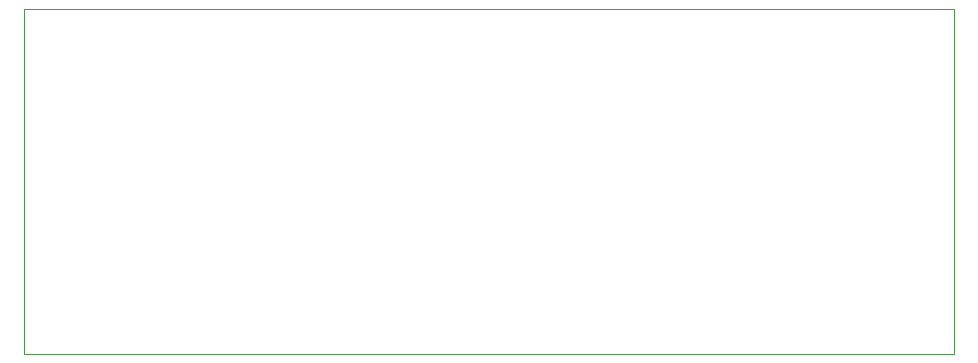
<source format=gm1>
G04 #@! TF.FileFunction,Profile,NP*
%FSLAX46Y46*%
G04 Gerber Fmt 4.6, Leading zero omitted, Abs format (unit mm)*
G04 Created by KiCad (PCBNEW 4.0.6) date Sun May 21 13:57:47 2017*
%MOMM*%
%LPD*%
G01*
G04 APERTURE LIST*
%ADD10C,0.100000*%
G04 APERTURE END LIST*
D10*
X241300000Y-101600000D02*
X236220000Y-101600000D01*
X241300000Y-130810000D02*
X241300000Y-101600000D01*
X236220000Y-130810000D02*
X241300000Y-130810000D01*
X236220000Y-130810000D02*
X162560000Y-130810000D01*
X162560000Y-101600000D02*
X236220000Y-101600000D01*
X162560000Y-104140000D02*
X162560000Y-101600000D01*
X162560000Y-130810000D02*
X162560000Y-104140000D01*
M02*

</source>
